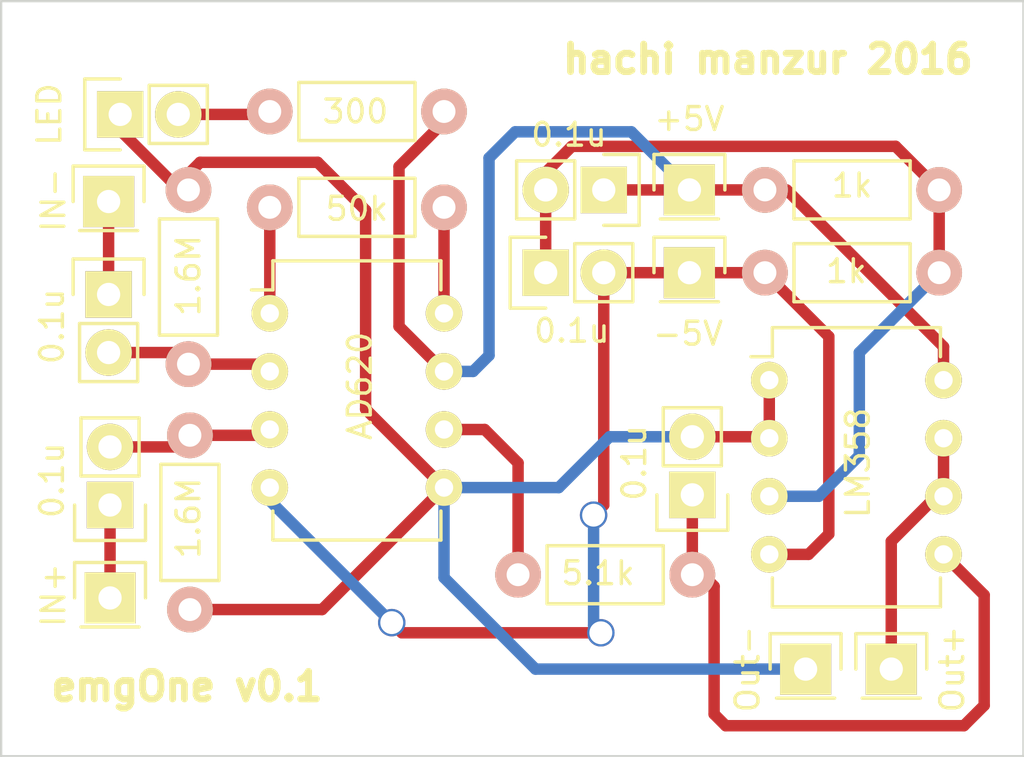
<source format=kicad_pcb>
(kicad_pcb (version 4) (host pcbnew 4.0.2+e4-6225~38~ubuntu15.10.1-stable)

  (general
    (links 34)
    (no_connects 0)
    (area 162.558 73.609999 208.330001 106.730001)
    (thickness 1.6)
    (drawings 6)
    (tracks 92)
    (zones 0)
    (modules 21)
    (nets 15)
  )

  (page A4)
  (layers
    (0 F.Cu signal)
    (31 B.Cu signal)
    (32 B.Adhes user)
    (33 F.Adhes user)
    (34 B.Paste user)
    (35 F.Paste user)
    (36 B.SilkS user)
    (37 F.SilkS user)
    (38 B.Mask user)
    (39 F.Mask user)
    (40 Dwgs.User user)
    (41 Cmts.User user)
    (42 Eco1.User user)
    (43 Eco2.User user)
    (44 Edge.Cuts user)
    (45 Margin user)
    (46 B.CrtYd user)
    (47 F.CrtYd user)
    (48 B.Fab user)
    (49 F.Fab user)
  )

  (setup
    (last_trace_width 0.5)
    (trace_clearance 0.2)
    (zone_clearance 0.508)
    (zone_45_only no)
    (trace_min 0.2)
    (segment_width 0.2)
    (edge_width 0.1)
    (via_size 1.2)
    (via_drill 1)
    (via_min_size 0.4)
    (via_min_drill 0.3)
    (uvia_size 1.2)
    (uvia_drill 0.1)
    (uvias_allowed no)
    (uvia_min_size 0.2)
    (uvia_min_drill 0.1)
    (pcb_text_width 0.3)
    (pcb_text_size 1.5 1.5)
    (mod_edge_width 0.15)
    (mod_text_size 1 1)
    (mod_text_width 0.15)
    (pad_size 1.5 1.5)
    (pad_drill 0.6)
    (pad_to_mask_clearance 0)
    (aux_axis_origin 0 0)
    (visible_elements FFFFFF7F)
    (pcbplotparams
      (layerselection 0x010f0_80000001)
      (usegerberextensions false)
      (excludeedgelayer true)
      (linewidth 0.100000)
      (plotframeref false)
      (viasonmask false)
      (mode 1)
      (useauxorigin false)
      (hpglpennumber 1)
      (hpglpenspeed 20)
      (hpglpendiameter 15)
      (hpglpenoverlay 2)
      (psnegative false)
      (psa4output false)
      (plotreference true)
      (plotvalue true)
      (plotinvisibletext false)
      (padsonsilk false)
      (subtractmaskfromsilk false)
      (outputformat 1)
      (mirror false)
      (drillshape 0)
      (scaleselection 1)
      (outputdirectory /home/hachi/Dropbox/Electronics/KiCad/EMG_Sensor/Files/))
  )

  (net 0 "")
  (net 1 "Net-(C1-Pad1)")
  (net 2 "Net-(C1-Pad2)")
  (net 3 "Net-(C2-Pad1)")
  (net 4 "Net-(C2-Pad2)")
  (net 5 +5V)
  (net 6 "Net-(C3-Pad2)")
  (net 7 -5V)
  (net 8 "Net-(C5-Pad1)")
  (net 9 GND)
  (net 10 "Net-(P4-Pad1)")
  (net 11 "Net-(R3-Pad1)")
  (net 12 "Net-(R3-Pad2)")
  (net 13 "Net-(R6-Pad2)")
  (net 14 "Net-(D1-Pad2)")

  (net_class Default "This is the default net class."
    (clearance 0.2)
    (trace_width 0.5)
    (via_dia 1.2)
    (via_drill 1)
    (uvia_dia 1.2)
    (uvia_drill 0.1)
    (add_net +5V)
    (add_net -5V)
    (add_net GND)
    (add_net "Net-(C1-Pad1)")
    (add_net "Net-(C1-Pad2)")
    (add_net "Net-(C2-Pad1)")
    (add_net "Net-(C2-Pad2)")
    (add_net "Net-(C3-Pad2)")
    (add_net "Net-(C5-Pad1)")
    (add_net "Net-(D1-Pad2)")
    (add_net "Net-(P4-Pad1)")
    (add_net "Net-(R3-Pad1)")
    (add_net "Net-(R3-Pad2)")
    (add_net "Net-(R6-Pad2)")
  )

  (module Pin_Headers:Pin_Header_Straight_1x02 (layer F.Cu) (tedit 575D7226) (tstamp 575D61B7)
    (at 168.3385 95.6945 180)
    (descr "Through hole pin header")
    (tags "pin header")
    (path /52191837)
    (fp_text reference C1 (at 0 -5.1 180) (layer F.SilkS) hide
      (effects (font (size 1 1) (thickness 0.15)))
    )
    (fp_text value 0.1u (at 2.54 1.0795 270) (layer F.SilkS)
      (effects (font (size 1 1) (thickness 0.15)))
    )
    (fp_line (start 1.27 1.27) (end 1.27 3.81) (layer F.SilkS) (width 0.15))
    (fp_line (start 1.55 -1.55) (end 1.55 0) (layer F.SilkS) (width 0.15))
    (fp_line (start -1.75 -1.75) (end -1.75 4.3) (layer F.CrtYd) (width 0.05))
    (fp_line (start 1.75 -1.75) (end 1.75 4.3) (layer F.CrtYd) (width 0.05))
    (fp_line (start -1.75 -1.75) (end 1.75 -1.75) (layer F.CrtYd) (width 0.05))
    (fp_line (start -1.75 4.3) (end 1.75 4.3) (layer F.CrtYd) (width 0.05))
    (fp_line (start 1.27 1.27) (end -1.27 1.27) (layer F.SilkS) (width 0.15))
    (fp_line (start -1.55 0) (end -1.55 -1.55) (layer F.SilkS) (width 0.15))
    (fp_line (start -1.55 -1.55) (end 1.55 -1.55) (layer F.SilkS) (width 0.15))
    (fp_line (start -1.27 1.27) (end -1.27 3.81) (layer F.SilkS) (width 0.15))
    (fp_line (start -1.27 3.81) (end 1.27 3.81) (layer F.SilkS) (width 0.15))
    (pad 1 thru_hole rect (at 0 0 180) (size 2.032 2.032) (drill 1.016) (layers *.Cu *.Mask F.SilkS)
      (net 1 "Net-(C1-Pad1)"))
    (pad 2 thru_hole oval (at 0 2.54 180) (size 2.032 2.032) (drill 1.016) (layers *.Cu *.Mask F.SilkS)
      (net 2 "Net-(C1-Pad2)"))
    (model Pin_Headers.3dshapes/Pin_Header_Straight_1x02.wrl
      (at (xyz 0 -0.05 0))
      (scale (xyz 1 1 1))
      (rotate (xyz 0 0 90))
    )
  )

  (module Pin_Headers:Pin_Header_Straight_1x02 (layer F.Cu) (tedit 575D7230) (tstamp 575D61BD)
    (at 168.275 86.487)
    (descr "Through hole pin header")
    (tags "pin header")
    (path /52191846)
    (fp_text reference C2 (at -2.8575 -0.0635) (layer F.SilkS) hide
      (effects (font (size 1 1) (thickness 0.15)))
    )
    (fp_text value 0.1u (at -2.4765 1.397 90) (layer F.SilkS)
      (effects (font (size 1 1) (thickness 0.15)))
    )
    (fp_line (start 1.27 1.27) (end 1.27 3.81) (layer F.SilkS) (width 0.15))
    (fp_line (start 1.55 -1.55) (end 1.55 0) (layer F.SilkS) (width 0.15))
    (fp_line (start -1.75 -1.75) (end -1.75 4.3) (layer F.CrtYd) (width 0.05))
    (fp_line (start 1.75 -1.75) (end 1.75 4.3) (layer F.CrtYd) (width 0.05))
    (fp_line (start -1.75 -1.75) (end 1.75 -1.75) (layer F.CrtYd) (width 0.05))
    (fp_line (start -1.75 4.3) (end 1.75 4.3) (layer F.CrtYd) (width 0.05))
    (fp_line (start 1.27 1.27) (end -1.27 1.27) (layer F.SilkS) (width 0.15))
    (fp_line (start -1.55 0) (end -1.55 -1.55) (layer F.SilkS) (width 0.15))
    (fp_line (start -1.55 -1.55) (end 1.55 -1.55) (layer F.SilkS) (width 0.15))
    (fp_line (start -1.27 1.27) (end -1.27 3.81) (layer F.SilkS) (width 0.15))
    (fp_line (start -1.27 3.81) (end 1.27 3.81) (layer F.SilkS) (width 0.15))
    (pad 1 thru_hole rect (at 0 0) (size 2.032 2.032) (drill 1.016) (layers *.Cu *.Mask F.SilkS)
      (net 3 "Net-(C2-Pad1)"))
    (pad 2 thru_hole oval (at 0 2.54) (size 2.032 2.032) (drill 1.016) (layers *.Cu *.Mask F.SilkS)
      (net 4 "Net-(C2-Pad2)"))
    (model Pin_Headers.3dshapes/Pin_Header_Straight_1x02.wrl
      (at (xyz 0 -0.05 0))
      (scale (xyz 1 1 1))
      (rotate (xyz 0 0 90))
    )
  )

  (module Pin_Headers:Pin_Header_Straight_1x02 (layer F.Cu) (tedit 575D71D7) (tstamp 575D61C3)
    (at 189.9285 81.915 270)
    (descr "Through hole pin header")
    (tags "pin header")
    (path /575D53E8)
    (fp_text reference C3 (at 0 -5.1 270) (layer F.SilkS) hide
      (effects (font (size 1 1) (thickness 0.15)))
    )
    (fp_text value 0.1u (at -2.413 1.524 360) (layer F.SilkS)
      (effects (font (size 1 1) (thickness 0.15)))
    )
    (fp_line (start 1.27 1.27) (end 1.27 3.81) (layer F.SilkS) (width 0.15))
    (fp_line (start 1.55 -1.55) (end 1.55 0) (layer F.SilkS) (width 0.15))
    (fp_line (start -1.75 -1.75) (end -1.75 4.3) (layer F.CrtYd) (width 0.05))
    (fp_line (start 1.75 -1.75) (end 1.75 4.3) (layer F.CrtYd) (width 0.05))
    (fp_line (start -1.75 -1.75) (end 1.75 -1.75) (layer F.CrtYd) (width 0.05))
    (fp_line (start -1.75 4.3) (end 1.75 4.3) (layer F.CrtYd) (width 0.05))
    (fp_line (start 1.27 1.27) (end -1.27 1.27) (layer F.SilkS) (width 0.15))
    (fp_line (start -1.55 0) (end -1.55 -1.55) (layer F.SilkS) (width 0.15))
    (fp_line (start -1.55 -1.55) (end 1.55 -1.55) (layer F.SilkS) (width 0.15))
    (fp_line (start -1.27 1.27) (end -1.27 3.81) (layer F.SilkS) (width 0.15))
    (fp_line (start -1.27 3.81) (end 1.27 3.81) (layer F.SilkS) (width 0.15))
    (pad 1 thru_hole rect (at 0 0 270) (size 2.032 2.032) (drill 1.016) (layers *.Cu *.Mask F.SilkS)
      (net 5 +5V))
    (pad 2 thru_hole oval (at 0 2.54 270) (size 2.032 2.032) (drill 1.016) (layers *.Cu *.Mask F.SilkS)
      (net 6 "Net-(C3-Pad2)"))
    (model Pin_Headers.3dshapes/Pin_Header_Straight_1x02.wrl
      (at (xyz 0 -0.05 0))
      (scale (xyz 1 1 1))
      (rotate (xyz 0 0 90))
    )
  )

  (module Pin_Headers:Pin_Header_Straight_1x02 (layer F.Cu) (tedit 575D71DD) (tstamp 575D61C9)
    (at 187.3885 85.5345 90)
    (descr "Through hole pin header")
    (tags "pin header")
    (path /575D5469)
    (fp_text reference C4 (at 0 -5.1 90) (layer F.SilkS) hide
      (effects (font (size 1 1) (thickness 0.15)))
    )
    (fp_text value 0.1u (at -2.54 1.143 180) (layer F.SilkS)
      (effects (font (size 1 1) (thickness 0.15)))
    )
    (fp_line (start 1.27 1.27) (end 1.27 3.81) (layer F.SilkS) (width 0.15))
    (fp_line (start 1.55 -1.55) (end 1.55 0) (layer F.SilkS) (width 0.15))
    (fp_line (start -1.75 -1.75) (end -1.75 4.3) (layer F.CrtYd) (width 0.05))
    (fp_line (start 1.75 -1.75) (end 1.75 4.3) (layer F.CrtYd) (width 0.05))
    (fp_line (start -1.75 -1.75) (end 1.75 -1.75) (layer F.CrtYd) (width 0.05))
    (fp_line (start -1.75 4.3) (end 1.75 4.3) (layer F.CrtYd) (width 0.05))
    (fp_line (start 1.27 1.27) (end -1.27 1.27) (layer F.SilkS) (width 0.15))
    (fp_line (start -1.55 0) (end -1.55 -1.55) (layer F.SilkS) (width 0.15))
    (fp_line (start -1.55 -1.55) (end 1.55 -1.55) (layer F.SilkS) (width 0.15))
    (fp_line (start -1.27 1.27) (end -1.27 3.81) (layer F.SilkS) (width 0.15))
    (fp_line (start -1.27 3.81) (end 1.27 3.81) (layer F.SilkS) (width 0.15))
    (pad 1 thru_hole rect (at 0 0 90) (size 2.032 2.032) (drill 1.016) (layers *.Cu *.Mask F.SilkS)
      (net 6 "Net-(C3-Pad2)"))
    (pad 2 thru_hole oval (at 0 2.54 90) (size 2.032 2.032) (drill 1.016) (layers *.Cu *.Mask F.SilkS)
      (net 7 -5V))
    (model Pin_Headers.3dshapes/Pin_Header_Straight_1x02.wrl
      (at (xyz 0 -0.05 0))
      (scale (xyz 1 1 1))
      (rotate (xyz 0 0 90))
    )
  )

  (module Pin_Headers:Pin_Header_Straight_1x02 (layer F.Cu) (tedit 575D7204) (tstamp 575D61CF)
    (at 193.802 95.25 180)
    (descr "Through hole pin header")
    (tags "pin header")
    (path /575D7752)
    (fp_text reference C5 (at 0 -5.1 180) (layer F.SilkS) hide
      (effects (font (size 1 1) (thickness 0.15)))
    )
    (fp_text value 0.1u (at 2.54 1.397 270) (layer F.SilkS)
      (effects (font (size 1 1) (thickness 0.15)))
    )
    (fp_line (start 1.27 1.27) (end 1.27 3.81) (layer F.SilkS) (width 0.15))
    (fp_line (start 1.55 -1.55) (end 1.55 0) (layer F.SilkS) (width 0.15))
    (fp_line (start -1.75 -1.75) (end -1.75 4.3) (layer F.CrtYd) (width 0.05))
    (fp_line (start 1.75 -1.75) (end 1.75 4.3) (layer F.CrtYd) (width 0.05))
    (fp_line (start -1.75 -1.75) (end 1.75 -1.75) (layer F.CrtYd) (width 0.05))
    (fp_line (start -1.75 4.3) (end 1.75 4.3) (layer F.CrtYd) (width 0.05))
    (fp_line (start 1.27 1.27) (end -1.27 1.27) (layer F.SilkS) (width 0.15))
    (fp_line (start -1.55 0) (end -1.55 -1.55) (layer F.SilkS) (width 0.15))
    (fp_line (start -1.55 -1.55) (end 1.55 -1.55) (layer F.SilkS) (width 0.15))
    (fp_line (start -1.27 1.27) (end -1.27 3.81) (layer F.SilkS) (width 0.15))
    (fp_line (start -1.27 3.81) (end 1.27 3.81) (layer F.SilkS) (width 0.15))
    (pad 1 thru_hole rect (at 0 0 180) (size 2.032 2.032) (drill 1.016) (layers *.Cu *.Mask F.SilkS)
      (net 8 "Net-(C5-Pad1)"))
    (pad 2 thru_hole oval (at 0 2.54 180) (size 2.032 2.032) (drill 1.016) (layers *.Cu *.Mask F.SilkS)
      (net 9 GND))
    (model Pin_Headers.3dshapes/Pin_Header_Straight_1x02.wrl
      (at (xyz 0 -0.05 0))
      (scale (xyz 1 1 1))
      (rotate (xyz 0 0 90))
    )
  )

  (module Pin_Headers:Pin_Header_Straight_1x01 (layer F.Cu) (tedit 575D722B) (tstamp 575D61D4)
    (at 168.3385 99.7585)
    (descr "Through hole pin header")
    (tags "pin header")
    (path /52191970)
    (fp_text reference P1 (at 0 -5.1) (layer F.SilkS) hide
      (effects (font (size 1 1) (thickness 0.15)))
    )
    (fp_text value IN+ (at -2.4765 -0.127 90) (layer F.SilkS)
      (effects (font (size 1 1) (thickness 0.15)))
    )
    (fp_line (start 1.55 -1.55) (end 1.55 0) (layer F.SilkS) (width 0.15))
    (fp_line (start -1.75 -1.75) (end -1.75 1.75) (layer F.CrtYd) (width 0.05))
    (fp_line (start 1.75 -1.75) (end 1.75 1.75) (layer F.CrtYd) (width 0.05))
    (fp_line (start -1.75 -1.75) (end 1.75 -1.75) (layer F.CrtYd) (width 0.05))
    (fp_line (start -1.75 1.75) (end 1.75 1.75) (layer F.CrtYd) (width 0.05))
    (fp_line (start -1.55 0) (end -1.55 -1.55) (layer F.SilkS) (width 0.15))
    (fp_line (start -1.55 -1.55) (end 1.55 -1.55) (layer F.SilkS) (width 0.15))
    (fp_line (start -1.27 1.27) (end 1.27 1.27) (layer F.SilkS) (width 0.15))
    (pad 1 thru_hole rect (at 0 0) (size 2.2352 2.2352) (drill 1.016) (layers *.Cu *.Mask F.SilkS)
      (net 1 "Net-(C1-Pad1)"))
    (model Pin_Headers.3dshapes/Pin_Header_Straight_1x01.wrl
      (at (xyz 0 0 0))
      (scale (xyz 1 1 1))
      (rotate (xyz 0 0 90))
    )
  )

  (module Pin_Headers:Pin_Header_Straight_1x01 (layer F.Cu) (tedit 575D7239) (tstamp 575D61D9)
    (at 168.275 82.423)
    (descr "Through hole pin header")
    (tags "pin header")
    (path /5219197F)
    (fp_text reference P2 (at 0 -5.1) (layer F.SilkS) hide
      (effects (font (size 1 1) (thickness 0.15)))
    )
    (fp_text value IN- (at -2.413 -0.0635 90) (layer F.SilkS)
      (effects (font (size 1 1) (thickness 0.15)))
    )
    (fp_line (start 1.55 -1.55) (end 1.55 0) (layer F.SilkS) (width 0.15))
    (fp_line (start -1.75 -1.75) (end -1.75 1.75) (layer F.CrtYd) (width 0.05))
    (fp_line (start 1.75 -1.75) (end 1.75 1.75) (layer F.CrtYd) (width 0.05))
    (fp_line (start -1.75 -1.75) (end 1.75 -1.75) (layer F.CrtYd) (width 0.05))
    (fp_line (start -1.75 1.75) (end 1.75 1.75) (layer F.CrtYd) (width 0.05))
    (fp_line (start -1.55 0) (end -1.55 -1.55) (layer F.SilkS) (width 0.15))
    (fp_line (start -1.55 -1.55) (end 1.55 -1.55) (layer F.SilkS) (width 0.15))
    (fp_line (start -1.27 1.27) (end 1.27 1.27) (layer F.SilkS) (width 0.15))
    (pad 1 thru_hole rect (at 0 0) (size 2.2352 2.2352) (drill 1.016) (layers *.Cu *.Mask F.SilkS)
      (net 3 "Net-(C2-Pad1)"))
    (model Pin_Headers.3dshapes/Pin_Header_Straight_1x01.wrl
      (at (xyz 0 0 0))
      (scale (xyz 1 1 1))
      (rotate (xyz 0 0 90))
    )
  )

  (module Pin_Headers:Pin_Header_Straight_1x01 (layer F.Cu) (tedit 575D71CE) (tstamp 575D61DE)
    (at 193.675 81.915)
    (descr "Through hole pin header")
    (tags "pin header")
    (path /575D8D50)
    (fp_text reference P3 (at 0 -5.1) (layer F.SilkS) hide
      (effects (font (size 1 1) (thickness 0.15)))
    )
    (fp_text value +5V (at 0 -3.1) (layer F.SilkS)
      (effects (font (size 1 1) (thickness 0.15)))
    )
    (fp_line (start 1.55 -1.55) (end 1.55 0) (layer F.SilkS) (width 0.15))
    (fp_line (start -1.75 -1.75) (end -1.75 1.75) (layer F.CrtYd) (width 0.05))
    (fp_line (start 1.75 -1.75) (end 1.75 1.75) (layer F.CrtYd) (width 0.05))
    (fp_line (start -1.75 -1.75) (end 1.75 -1.75) (layer F.CrtYd) (width 0.05))
    (fp_line (start -1.75 1.75) (end 1.75 1.75) (layer F.CrtYd) (width 0.05))
    (fp_line (start -1.55 0) (end -1.55 -1.55) (layer F.SilkS) (width 0.15))
    (fp_line (start -1.55 -1.55) (end 1.55 -1.55) (layer F.SilkS) (width 0.15))
    (fp_line (start -1.27 1.27) (end 1.27 1.27) (layer F.SilkS) (width 0.15))
    (pad 1 thru_hole rect (at 0 0) (size 2.2352 2.2352) (drill 1.016) (layers *.Cu *.Mask F.SilkS)
      (net 5 +5V))
    (model Pin_Headers.3dshapes/Pin_Header_Straight_1x01.wrl
      (at (xyz 0 0 0))
      (scale (xyz 1 1 1))
      (rotate (xyz 0 0 90))
    )
  )

  (module Pin_Headers:Pin_Header_Straight_1x01 (layer F.Cu) (tedit 575D71E2) (tstamp 575D61E8)
    (at 193.675 85.5345)
    (descr "Through hole pin header")
    (tags "pin header")
    (path /575D8E06)
    (fp_text reference P5 (at 0 -5.1) (layer F.SilkS) hide
      (effects (font (size 1 1) (thickness 0.15)))
    )
    (fp_text value -5V (at -0.0635 2.667) (layer F.SilkS)
      (effects (font (size 1 1) (thickness 0.15)))
    )
    (fp_line (start 1.55 -1.55) (end 1.55 0) (layer F.SilkS) (width 0.15))
    (fp_line (start -1.75 -1.75) (end -1.75 1.75) (layer F.CrtYd) (width 0.05))
    (fp_line (start 1.75 -1.75) (end 1.75 1.75) (layer F.CrtYd) (width 0.05))
    (fp_line (start -1.75 -1.75) (end 1.75 -1.75) (layer F.CrtYd) (width 0.05))
    (fp_line (start -1.75 1.75) (end 1.75 1.75) (layer F.CrtYd) (width 0.05))
    (fp_line (start -1.55 0) (end -1.55 -1.55) (layer F.SilkS) (width 0.15))
    (fp_line (start -1.55 -1.55) (end 1.55 -1.55) (layer F.SilkS) (width 0.15))
    (fp_line (start -1.27 1.27) (end 1.27 1.27) (layer F.SilkS) (width 0.15))
    (pad 1 thru_hole rect (at 0 0) (size 2.2352 2.2352) (drill 1.016) (layers *.Cu *.Mask F.SilkS)
      (net 7 -5V))
    (model Pin_Headers.3dshapes/Pin_Header_Straight_1x01.wrl
      (at (xyz 0 0 0))
      (scale (xyz 1 1 1))
      (rotate (xyz 0 0 90))
    )
  )

  (module Resistors_ThroughHole:Resistor_Horizontal_RM7mm (layer F.Cu) (tedit 575D7221) (tstamp 575D61EE)
    (at 171.831 100.2665 90)
    (descr "Resistor, Axial,  RM 7.62mm, 1/3W,")
    (tags "Resistor Axial RM 7.62mm 1/3W R3")
    (path /52191828)
    (fp_text reference R1 (at 4.05892 -3.50012 90) (layer F.SilkS) hide
      (effects (font (size 1 1) (thickness 0.15)))
    )
    (fp_text value 1.6M (at 4.0005 -0.0635 90) (layer F.SilkS)
      (effects (font (size 1 1) (thickness 0.15)))
    )
    (fp_line (start -1.25 -1.5) (end 8.85 -1.5) (layer F.CrtYd) (width 0.05))
    (fp_line (start -1.25 1.5) (end -1.25 -1.5) (layer F.CrtYd) (width 0.05))
    (fp_line (start 8.85 -1.5) (end 8.85 1.5) (layer F.CrtYd) (width 0.05))
    (fp_line (start -1.25 1.5) (end 8.85 1.5) (layer F.CrtYd) (width 0.05))
    (fp_line (start 1.27 -1.27) (end 6.35 -1.27) (layer F.SilkS) (width 0.15))
    (fp_line (start 6.35 -1.27) (end 6.35 1.27) (layer F.SilkS) (width 0.15))
    (fp_line (start 6.35 1.27) (end 1.27 1.27) (layer F.SilkS) (width 0.15))
    (fp_line (start 1.27 1.27) (end 1.27 -1.27) (layer F.SilkS) (width 0.15))
    (pad 1 thru_hole circle (at 0 0 90) (size 1.99898 1.99898) (drill 1.00076) (layers *.Cu *.SilkS *.Mask)
      (net 9 GND))
    (pad 2 thru_hole circle (at 7.62 0 90) (size 1.99898 1.99898) (drill 1.00076) (layers *.Cu *.SilkS *.Mask)
      (net 2 "Net-(C1-Pad2)"))
  )

  (module Resistors_ThroughHole:Resistor_Horizontal_RM7mm (layer F.Cu) (tedit 575D723E) (tstamp 575D61F4)
    (at 171.7675 89.535 90)
    (descr "Resistor, Axial,  RM 7.62mm, 1/3W,")
    (tags "Resistor Axial RM 7.62mm 1/3W R3")
    (path /52191811)
    (fp_text reference R2 (at 4.05892 -3.50012 90) (layer F.SilkS) hide
      (effects (font (size 1 1) (thickness 0.15)))
    )
    (fp_text value 1.6M (at 3.8735 0 90) (layer F.SilkS)
      (effects (font (size 1 1) (thickness 0.15)))
    )
    (fp_line (start -1.25 -1.5) (end 8.85 -1.5) (layer F.CrtYd) (width 0.05))
    (fp_line (start -1.25 1.5) (end -1.25 -1.5) (layer F.CrtYd) (width 0.05))
    (fp_line (start 8.85 -1.5) (end 8.85 1.5) (layer F.CrtYd) (width 0.05))
    (fp_line (start -1.25 1.5) (end 8.85 1.5) (layer F.CrtYd) (width 0.05))
    (fp_line (start 1.27 -1.27) (end 6.35 -1.27) (layer F.SilkS) (width 0.15))
    (fp_line (start 6.35 -1.27) (end 6.35 1.27) (layer F.SilkS) (width 0.15))
    (fp_line (start 6.35 1.27) (end 1.27 1.27) (layer F.SilkS) (width 0.15))
    (fp_line (start 1.27 1.27) (end 1.27 -1.27) (layer F.SilkS) (width 0.15))
    (pad 1 thru_hole circle (at 0 0 90) (size 1.99898 1.99898) (drill 1.00076) (layers *.Cu *.SilkS *.Mask)
      (net 4 "Net-(C2-Pad2)"))
    (pad 2 thru_hole circle (at 7.62 0 90) (size 1.99898 1.99898) (drill 1.00076) (layers *.Cu *.SilkS *.Mask)
      (net 9 GND))
  )

  (module Resistors_ThroughHole:Resistor_Horizontal_RM7mm (layer F.Cu) (tedit 575D7245) (tstamp 575D61FA)
    (at 175.3235 82.677)
    (descr "Resistor, Axial,  RM 7.62mm, 1/3W,")
    (tags "Resistor Axial RM 7.62mm 1/3W R3")
    (path /52191802)
    (fp_text reference R3 (at 4.05892 -3.50012) (layer F.SilkS) hide
      (effects (font (size 1 1) (thickness 0.15)))
    )
    (fp_text value 50k (at 3.81 0.0635) (layer F.SilkS)
      (effects (font (size 1 1) (thickness 0.15)))
    )
    (fp_line (start -1.25 -1.5) (end 8.85 -1.5) (layer F.CrtYd) (width 0.05))
    (fp_line (start -1.25 1.5) (end -1.25 -1.5) (layer F.CrtYd) (width 0.05))
    (fp_line (start 8.85 -1.5) (end 8.85 1.5) (layer F.CrtYd) (width 0.05))
    (fp_line (start -1.25 1.5) (end 8.85 1.5) (layer F.CrtYd) (width 0.05))
    (fp_line (start 1.27 -1.27) (end 6.35 -1.27) (layer F.SilkS) (width 0.15))
    (fp_line (start 6.35 -1.27) (end 6.35 1.27) (layer F.SilkS) (width 0.15))
    (fp_line (start 6.35 1.27) (end 1.27 1.27) (layer F.SilkS) (width 0.15))
    (fp_line (start 1.27 1.27) (end 1.27 -1.27) (layer F.SilkS) (width 0.15))
    (pad 1 thru_hole circle (at 0 0) (size 1.99898 1.99898) (drill 1.00076) (layers *.Cu *.SilkS *.Mask)
      (net 11 "Net-(R3-Pad1)"))
    (pad 2 thru_hole circle (at 7.62 0) (size 1.99898 1.99898) (drill 1.00076) (layers *.Cu *.SilkS *.Mask)
      (net 12 "Net-(R3-Pad2)"))
  )

  (module Resistors_ThroughHole:Resistor_Horizontal_RM7mm (layer F.Cu) (tedit 575D71E7) (tstamp 575D6200)
    (at 196.977 81.915)
    (descr "Resistor, Axial,  RM 7.62mm, 1/3W,")
    (tags "Resistor Axial RM 7.62mm 1/3W R3")
    (path /575D52F6)
    (fp_text reference R4 (at 4.05892 -3.50012) (layer F.SilkS) hide
      (effects (font (size 1 1) (thickness 0.15)))
    )
    (fp_text value 1k (at 3.556 3.556) (layer F.SilkS)
      (effects (font (size 1 1) (thickness 0.15)))
    )
    (fp_line (start -1.25 -1.5) (end 8.85 -1.5) (layer F.CrtYd) (width 0.05))
    (fp_line (start -1.25 1.5) (end -1.25 -1.5) (layer F.CrtYd) (width 0.05))
    (fp_line (start 8.85 -1.5) (end 8.85 1.5) (layer F.CrtYd) (width 0.05))
    (fp_line (start -1.25 1.5) (end 8.85 1.5) (layer F.CrtYd) (width 0.05))
    (fp_line (start 1.27 -1.27) (end 6.35 -1.27) (layer F.SilkS) (width 0.15))
    (fp_line (start 6.35 -1.27) (end 6.35 1.27) (layer F.SilkS) (width 0.15))
    (fp_line (start 6.35 1.27) (end 1.27 1.27) (layer F.SilkS) (width 0.15))
    (fp_line (start 1.27 1.27) (end 1.27 -1.27) (layer F.SilkS) (width 0.15))
    (pad 1 thru_hole circle (at 0 0) (size 1.99898 1.99898) (drill 1.00076) (layers *.Cu *.SilkS *.Mask)
      (net 5 +5V))
    (pad 2 thru_hole circle (at 7.62 0) (size 1.99898 1.99898) (drill 1.00076) (layers *.Cu *.SilkS *.Mask)
      (net 6 "Net-(C3-Pad2)"))
  )

  (module Resistors_ThroughHole:Resistor_Horizontal_RM7mm (layer F.Cu) (tedit 575D71ED) (tstamp 575D6206)
    (at 204.597 85.5345 180)
    (descr "Resistor, Axial,  RM 7.62mm, 1/3W,")
    (tags "Resistor Axial RM 7.62mm 1/3W R3")
    (path /575D5373)
    (fp_text reference R5 (at 4.05892 -3.50012 180) (layer F.SilkS) hide
      (effects (font (size 1 1) (thickness 0.15)))
    )
    (fp_text value 1k (at 3.81 3.81 180) (layer F.SilkS)
      (effects (font (size 1 1) (thickness 0.15)))
    )
    (fp_line (start -1.25 -1.5) (end 8.85 -1.5) (layer F.CrtYd) (width 0.05))
    (fp_line (start -1.25 1.5) (end -1.25 -1.5) (layer F.CrtYd) (width 0.05))
    (fp_line (start 8.85 -1.5) (end 8.85 1.5) (layer F.CrtYd) (width 0.05))
    (fp_line (start -1.25 1.5) (end 8.85 1.5) (layer F.CrtYd) (width 0.05))
    (fp_line (start 1.27 -1.27) (end 6.35 -1.27) (layer F.SilkS) (width 0.15))
    (fp_line (start 6.35 -1.27) (end 6.35 1.27) (layer F.SilkS) (width 0.15))
    (fp_line (start 6.35 1.27) (end 1.27 1.27) (layer F.SilkS) (width 0.15))
    (fp_line (start 1.27 1.27) (end 1.27 -1.27) (layer F.SilkS) (width 0.15))
    (pad 1 thru_hole circle (at 0 0 180) (size 1.99898 1.99898) (drill 1.00076) (layers *.Cu *.SilkS *.Mask)
      (net 6 "Net-(C3-Pad2)"))
    (pad 2 thru_hole circle (at 7.62 0 180) (size 1.99898 1.99898) (drill 1.00076) (layers *.Cu *.SilkS *.Mask)
      (net 7 -5V))
  )

  (module Resistors_ThroughHole:Resistor_Horizontal_RM7mm (layer F.Cu) (tedit 575D7209) (tstamp 575D620C)
    (at 193.802 98.7425 180)
    (descr "Resistor, Axial,  RM 7.62mm, 1/3W,")
    (tags "Resistor Axial RM 7.62mm 1/3W R3")
    (path /575D76F1)
    (fp_text reference R6 (at 4.05892 -3.50012 180) (layer F.SilkS) hide
      (effects (font (size 1 1) (thickness 0.15)))
    )
    (fp_text value 5.1k (at 4.1275 0.0635 180) (layer F.SilkS)
      (effects (font (size 1 1) (thickness 0.15)))
    )
    (fp_line (start -1.25 -1.5) (end 8.85 -1.5) (layer F.CrtYd) (width 0.05))
    (fp_line (start -1.25 1.5) (end -1.25 -1.5) (layer F.CrtYd) (width 0.05))
    (fp_line (start 8.85 -1.5) (end 8.85 1.5) (layer F.CrtYd) (width 0.05))
    (fp_line (start -1.25 1.5) (end 8.85 1.5) (layer F.CrtYd) (width 0.05))
    (fp_line (start 1.27 -1.27) (end 6.35 -1.27) (layer F.SilkS) (width 0.15))
    (fp_line (start 6.35 -1.27) (end 6.35 1.27) (layer F.SilkS) (width 0.15))
    (fp_line (start 6.35 1.27) (end 1.27 1.27) (layer F.SilkS) (width 0.15))
    (fp_line (start 1.27 1.27) (end 1.27 -1.27) (layer F.SilkS) (width 0.15))
    (pad 1 thru_hole circle (at 0 0 180) (size 1.99898 1.99898) (drill 1.00076) (layers *.Cu *.SilkS *.Mask)
      (net 8 "Net-(C5-Pad1)"))
    (pad 2 thru_hole circle (at 7.62 0 180) (size 1.99898 1.99898) (drill 1.00076) (layers *.Cu *.SilkS *.Mask)
      (net 13 "Net-(R6-Pad2)"))
  )

  (module Housings_DIP:DIP-8_W7.62mm (layer F.Cu) (tedit 575D721B) (tstamp 575D6218)
    (at 175.3235 87.3125)
    (descr "8-lead dip package, row spacing 7.62 mm (300 mils)")
    (tags "dil dip 2.54 300")
    (path /521917EE)
    (fp_text reference U1 (at 0 -5.22) (layer F.SilkS) hide
      (effects (font (size 1 1) (thickness 0.15)))
    )
    (fp_text value AD620 (at 3.937 3.175 90) (layer F.SilkS)
      (effects (font (size 1 1) (thickness 0.15)))
    )
    (fp_line (start -1.05 -2.45) (end -1.05 10.1) (layer F.CrtYd) (width 0.05))
    (fp_line (start 8.65 -2.45) (end 8.65 10.1) (layer F.CrtYd) (width 0.05))
    (fp_line (start -1.05 -2.45) (end 8.65 -2.45) (layer F.CrtYd) (width 0.05))
    (fp_line (start -1.05 10.1) (end 8.65 10.1) (layer F.CrtYd) (width 0.05))
    (fp_line (start 0.135 -2.295) (end 0.135 -1.025) (layer F.SilkS) (width 0.15))
    (fp_line (start 7.485 -2.295) (end 7.485 -1.025) (layer F.SilkS) (width 0.15))
    (fp_line (start 7.485 9.915) (end 7.485 8.645) (layer F.SilkS) (width 0.15))
    (fp_line (start 0.135 9.915) (end 0.135 8.645) (layer F.SilkS) (width 0.15))
    (fp_line (start 0.135 -2.295) (end 7.485 -2.295) (layer F.SilkS) (width 0.15))
    (fp_line (start 0.135 9.915) (end 7.485 9.915) (layer F.SilkS) (width 0.15))
    (fp_line (start 0.135 -1.025) (end -0.8 -1.025) (layer F.SilkS) (width 0.15))
    (pad 1 thru_hole oval (at 0 0) (size 1.6 1.6) (drill 0.8) (layers *.Cu *.Mask F.SilkS)
      (net 11 "Net-(R3-Pad1)"))
    (pad 2 thru_hole oval (at 0 2.54) (size 1.6 1.6) (drill 0.8) (layers *.Cu *.Mask F.SilkS)
      (net 4 "Net-(C2-Pad2)"))
    (pad 3 thru_hole oval (at 0 5.08) (size 1.6 1.6) (drill 0.8) (layers *.Cu *.Mask F.SilkS)
      (net 2 "Net-(C1-Pad2)"))
    (pad 4 thru_hole oval (at 0 7.62) (size 1.6 1.6) (drill 0.8) (layers *.Cu *.Mask F.SilkS)
      (net 7 -5V))
    (pad 5 thru_hole oval (at 7.62 7.62) (size 1.6 1.6) (drill 0.8) (layers *.Cu *.Mask F.SilkS)
      (net 9 GND))
    (pad 6 thru_hole oval (at 7.62 5.08) (size 1.6 1.6) (drill 0.8) (layers *.Cu *.Mask F.SilkS)
      (net 13 "Net-(R6-Pad2)"))
    (pad 7 thru_hole oval (at 7.62 2.54) (size 1.6 1.6) (drill 0.8) (layers *.Cu *.Mask F.SilkS)
      (net 5 +5V))
    (pad 8 thru_hole oval (at 7.62 0) (size 1.6 1.6) (drill 0.8) (layers *.Cu *.Mask F.SilkS)
      (net 12 "Net-(R3-Pad2)"))
    (model Housings_DIP.3dshapes/DIP-8_W7.62mm.wrl
      (at (xyz 0 0 0))
      (scale (xyz 1 1 1))
      (rotate (xyz 0 0 0))
    )
  )

  (module Housings_DIP:DIP-8_W7.62mm (layer F.Cu) (tedit 575D71FF) (tstamp 575D6224)
    (at 197.1675 90.2335)
    (descr "8-lead dip package, row spacing 7.62 mm (300 mils)")
    (tags "dil dip 2.54 300")
    (path /575D5187)
    (fp_text reference U2 (at 0 -5.22) (layer F.SilkS) hide
      (effects (font (size 1 1) (thickness 0.15)))
    )
    (fp_text value LM358 (at 3.8735 3.6195 90) (layer F.SilkS)
      (effects (font (size 1 1) (thickness 0.15)))
    )
    (fp_line (start -1.05 -2.45) (end -1.05 10.1) (layer F.CrtYd) (width 0.05))
    (fp_line (start 8.65 -2.45) (end 8.65 10.1) (layer F.CrtYd) (width 0.05))
    (fp_line (start -1.05 -2.45) (end 8.65 -2.45) (layer F.CrtYd) (width 0.05))
    (fp_line (start -1.05 10.1) (end 8.65 10.1) (layer F.CrtYd) (width 0.05))
    (fp_line (start 0.135 -2.295) (end 0.135 -1.025) (layer F.SilkS) (width 0.15))
    (fp_line (start 7.485 -2.295) (end 7.485 -1.025) (layer F.SilkS) (width 0.15))
    (fp_line (start 7.485 9.915) (end 7.485 8.645) (layer F.SilkS) (width 0.15))
    (fp_line (start 0.135 9.915) (end 0.135 8.645) (layer F.SilkS) (width 0.15))
    (fp_line (start 0.135 -2.295) (end 7.485 -2.295) (layer F.SilkS) (width 0.15))
    (fp_line (start 0.135 9.915) (end 7.485 9.915) (layer F.SilkS) (width 0.15))
    (fp_line (start 0.135 -1.025) (end -0.8 -1.025) (layer F.SilkS) (width 0.15))
    (pad 1 thru_hole oval (at 0 0) (size 1.6 1.6) (drill 0.8) (layers *.Cu *.Mask F.SilkS)
      (net 9 GND))
    (pad 2 thru_hole oval (at 0 2.54) (size 1.6 1.6) (drill 0.8) (layers *.Cu *.Mask F.SilkS)
      (net 9 GND))
    (pad 3 thru_hole oval (at 0 5.08) (size 1.6 1.6) (drill 0.8) (layers *.Cu *.Mask F.SilkS)
      (net 6 "Net-(C3-Pad2)"))
    (pad 4 thru_hole oval (at 0 7.62) (size 1.6 1.6) (drill 0.8) (layers *.Cu *.Mask F.SilkS)
      (net 7 -5V))
    (pad 5 thru_hole oval (at 7.62 7.62) (size 1.6 1.6) (drill 0.8) (layers *.Cu *.Mask F.SilkS)
      (net 8 "Net-(C5-Pad1)"))
    (pad 6 thru_hole oval (at 7.62 5.08) (size 1.6 1.6) (drill 0.8) (layers *.Cu *.Mask F.SilkS)
      (net 10 "Net-(P4-Pad1)"))
    (pad 7 thru_hole oval (at 7.62 2.54) (size 1.6 1.6) (drill 0.8) (layers *.Cu *.Mask F.SilkS)
      (net 10 "Net-(P4-Pad1)"))
    (pad 8 thru_hole oval (at 7.62 0) (size 1.6 1.6) (drill 0.8) (layers *.Cu *.Mask F.SilkS)
      (net 5 +5V))
    (model Housings_DIP.3dshapes/DIP-8_W7.62mm.wrl
      (at (xyz 0 0 0))
      (scale (xyz 1 1 1))
      (rotate (xyz 0 0 0))
    )
  )

  (module Pin_Headers:Pin_Header_Straight_1x01 (layer F.Cu) (tedit 575D7214) (tstamp 575D677C)
    (at 202.5015 102.87)
    (descr "Through hole pin header")
    (tags "pin header")
    (path /575D7B10)
    (fp_text reference P4 (at 0 -5.1) (layer F.SilkS) hide
      (effects (font (size 1 1) (thickness 0.15)))
    )
    (fp_text value Out+ (at 2.667 0 90) (layer F.SilkS)
      (effects (font (size 1 1) (thickness 0.15)))
    )
    (fp_line (start 1.55 -1.55) (end 1.55 0) (layer F.SilkS) (width 0.15))
    (fp_line (start -1.75 -1.75) (end -1.75 1.75) (layer F.CrtYd) (width 0.05))
    (fp_line (start 1.75 -1.75) (end 1.75 1.75) (layer F.CrtYd) (width 0.05))
    (fp_line (start -1.75 -1.75) (end 1.75 -1.75) (layer F.CrtYd) (width 0.05))
    (fp_line (start -1.75 1.75) (end 1.75 1.75) (layer F.CrtYd) (width 0.05))
    (fp_line (start -1.55 0) (end -1.55 -1.55) (layer F.SilkS) (width 0.15))
    (fp_line (start -1.55 -1.55) (end 1.55 -1.55) (layer F.SilkS) (width 0.15))
    (fp_line (start -1.27 1.27) (end 1.27 1.27) (layer F.SilkS) (width 0.15))
    (pad 1 thru_hole rect (at 0 0) (size 2.2352 2.2352) (drill 1.016) (layers *.Cu *.Mask F.SilkS)
      (net 10 "Net-(P4-Pad1)"))
    (model Pin_Headers.3dshapes/Pin_Header_Straight_1x01.wrl
      (at (xyz 0 0 0))
      (scale (xyz 1 1 1))
      (rotate (xyz 0 0 90))
    )
  )

  (module Pin_Headers:Pin_Header_Straight_1x01 (layer F.Cu) (tedit 575D720F) (tstamp 575D6781)
    (at 198.755 102.87)
    (descr "Through hole pin header")
    (tags "pin header")
    (path /575D96A0)
    (fp_text reference P6 (at 0 -5.1) (layer F.SilkS) hide
      (effects (font (size 1 1) (thickness 0.15)))
    )
    (fp_text value Out- (at -2.54 0 90) (layer F.SilkS)
      (effects (font (size 1 1) (thickness 0.15)))
    )
    (fp_line (start 1.55 -1.55) (end 1.55 0) (layer F.SilkS) (width 0.15))
    (fp_line (start -1.75 -1.75) (end -1.75 1.75) (layer F.CrtYd) (width 0.05))
    (fp_line (start 1.75 -1.75) (end 1.75 1.75) (layer F.CrtYd) (width 0.05))
    (fp_line (start -1.75 -1.75) (end 1.75 -1.75) (layer F.CrtYd) (width 0.05))
    (fp_line (start -1.75 1.75) (end 1.75 1.75) (layer F.CrtYd) (width 0.05))
    (fp_line (start -1.55 0) (end -1.55 -1.55) (layer F.SilkS) (width 0.15))
    (fp_line (start -1.55 -1.55) (end 1.55 -1.55) (layer F.SilkS) (width 0.15))
    (fp_line (start -1.27 1.27) (end 1.27 1.27) (layer F.SilkS) (width 0.15))
    (pad 1 thru_hole rect (at 0 0) (size 2.2352 2.2352) (drill 1.016) (layers *.Cu *.Mask F.SilkS)
      (net 9 GND))
    (model Pin_Headers.3dshapes/Pin_Header_Straight_1x01.wrl
      (at (xyz 0 0 0))
      (scale (xyz 1 1 1))
      (rotate (xyz 0 0 90))
    )
  )

  (module Pin_Headers:Pin_Header_Straight_1x02 (layer F.Cu) (tedit 575D724F) (tstamp 575D6E11)
    (at 168.783 78.613 90)
    (descr "Through hole pin header")
    (tags "pin header")
    (path /575DA5DA)
    (fp_text reference D1 (at 0 -5.1 90) (layer F.SilkS) hide
      (effects (font (size 1 1) (thickness 0.15)))
    )
    (fp_text value LED (at 0 -3.1 90) (layer F.SilkS)
      (effects (font (size 1 1) (thickness 0.15)))
    )
    (fp_line (start 1.27 1.27) (end 1.27 3.81) (layer F.SilkS) (width 0.15))
    (fp_line (start 1.55 -1.55) (end 1.55 0) (layer F.SilkS) (width 0.15))
    (fp_line (start -1.75 -1.75) (end -1.75 4.3) (layer F.CrtYd) (width 0.05))
    (fp_line (start 1.75 -1.75) (end 1.75 4.3) (layer F.CrtYd) (width 0.05))
    (fp_line (start -1.75 -1.75) (end 1.75 -1.75) (layer F.CrtYd) (width 0.05))
    (fp_line (start -1.75 4.3) (end 1.75 4.3) (layer F.CrtYd) (width 0.05))
    (fp_line (start 1.27 1.27) (end -1.27 1.27) (layer F.SilkS) (width 0.15))
    (fp_line (start -1.55 0) (end -1.55 -1.55) (layer F.SilkS) (width 0.15))
    (fp_line (start -1.55 -1.55) (end 1.55 -1.55) (layer F.SilkS) (width 0.15))
    (fp_line (start -1.27 1.27) (end -1.27 3.81) (layer F.SilkS) (width 0.15))
    (fp_line (start -1.27 3.81) (end 1.27 3.81) (layer F.SilkS) (width 0.15))
    (pad 1 thru_hole rect (at 0 0 90) (size 2.032 2.032) (drill 1.016) (layers *.Cu *.Mask F.SilkS)
      (net 9 GND))
    (pad 2 thru_hole oval (at 0 2.54 90) (size 2.032 2.032) (drill 1.016) (layers *.Cu *.Mask F.SilkS)
      (net 14 "Net-(D1-Pad2)"))
    (model Pin_Headers.3dshapes/Pin_Header_Straight_1x02.wrl
      (at (xyz 0 -0.05 0))
      (scale (xyz 1 1 1))
      (rotate (xyz 0 0 90))
    )
  )

  (module Resistors_ThroughHole:Resistor_Horizontal_RM7mm (layer F.Cu) (tedit 575D724A) (tstamp 575D6E17)
    (at 175.3235 78.486)
    (descr "Resistor, Axial,  RM 7.62mm, 1/3W,")
    (tags "Resistor Axial RM 7.62mm 1/3W R3")
    (path /575DA6D6)
    (fp_text reference R7 (at 4.05892 -3.50012) (layer F.SilkS) hide
      (effects (font (size 1 1) (thickness 0.15)))
    )
    (fp_text value 300 (at 3.7465 0) (layer F.SilkS)
      (effects (font (size 1 1) (thickness 0.15)))
    )
    (fp_line (start -1.25 -1.5) (end 8.85 -1.5) (layer F.CrtYd) (width 0.05))
    (fp_line (start -1.25 1.5) (end -1.25 -1.5) (layer F.CrtYd) (width 0.05))
    (fp_line (start 8.85 -1.5) (end 8.85 1.5) (layer F.CrtYd) (width 0.05))
    (fp_line (start -1.25 1.5) (end 8.85 1.5) (layer F.CrtYd) (width 0.05))
    (fp_line (start 1.27 -1.27) (end 6.35 -1.27) (layer F.SilkS) (width 0.15))
    (fp_line (start 6.35 -1.27) (end 6.35 1.27) (layer F.SilkS) (width 0.15))
    (fp_line (start 6.35 1.27) (end 1.27 1.27) (layer F.SilkS) (width 0.15))
    (fp_line (start 1.27 1.27) (end 1.27 -1.27) (layer F.SilkS) (width 0.15))
    (pad 1 thru_hole circle (at 0 0) (size 1.99898 1.99898) (drill 1.00076) (layers *.Cu *.SilkS *.Mask)
      (net 14 "Net-(D1-Pad2)"))
    (pad 2 thru_hole circle (at 7.62 0) (size 1.99898 1.99898) (drill 1.00076) (layers *.Cu *.SilkS *.Mask)
      (net 5 +5V))
  )

  (gr_text "hachi manzur 2016" (at 197.104 76.2) (layer F.SilkS)
    (effects (font (size 1.2 1.2) (thickness 0.3)))
  )
  (gr_text "emgOne v0.1" (at 171.704 103.632) (layer F.SilkS)
    (effects (font (size 1.2 1.2) (thickness 0.3)))
  )
  (gr_line (start 163.576 73.66) (end 208.28 73.66) (angle 90) (layer Edge.Cuts) (width 0.1))
  (gr_line (start 163.576 106.68) (end 163.576 73.66) (angle 90) (layer Edge.Cuts) (width 0.1))
  (gr_line (start 208.28 106.68) (end 163.576 106.68) (angle 90) (layer Edge.Cuts) (width 0.1))
  (gr_line (start 208.28 73.66) (end 208.28 106.68) (angle 90) (layer Edge.Cuts) (width 0.1))

  (segment (start 168.3385 95.6945) (end 168.3385 99.7585) (width 0.5) (layer F.Cu) (net 1))
  (segment (start 168.3385 93.1545) (end 171.323 93.1545) (width 0.5) (layer F.Cu) (net 2))
  (segment (start 171.323 93.1545) (end 171.831 92.6465) (width 0.25) (layer F.Cu) (net 2) (tstamp 575D68E8))
  (segment (start 171.831 92.6465) (end 175.0695 92.6465) (width 0.5) (layer F.Cu) (net 2))
  (segment (start 175.0695 92.6465) (end 175.3235 92.3925) (width 0.25) (layer F.Cu) (net 2) (tstamp 575D68E5))
  (segment (start 168.275 82.423) (end 168.275 86.487) (width 0.5) (layer F.Cu) (net 3))
  (segment (start 171.7675 89.535) (end 175.006 89.535) (width 0.5) (layer F.Cu) (net 4))
  (segment (start 175.006 89.535) (end 175.3235 89.8525) (width 0.25) (layer F.Cu) (net 4) (tstamp 575D68E2))
  (segment (start 168.275 89.027) (end 171.2595 89.027) (width 0.5) (layer F.Cu) (net 4))
  (segment (start 171.2595 89.027) (end 171.7675 89.535) (width 0.25) (layer F.Cu) (net 4) (tstamp 575D68D3))
  (segment (start 182.9435 78.486) (end 182.9435 78.9305) (width 0.5) (layer F.Cu) (net 5))
  (segment (start 182.9435 78.9305) (end 180.975 80.899) (width 0.5) (layer F.Cu) (net 5) (tstamp 575D6E4C))
  (segment (start 180.975 80.899) (end 180.975 87.884) (width 0.5) (layer F.Cu) (net 5) (tstamp 575D6E4D))
  (segment (start 180.975 87.884) (end 182.9435 89.8525) (width 0.5) (layer F.Cu) (net 5) (tstamp 575D6E4E))
  (segment (start 196.977 81.915) (end 197.9295 81.915) (width 0.25) (layer F.Cu) (net 5))
  (segment (start 197.9295 81.915) (end 204.7875 88.773) (width 0.5) (layer F.Cu) (net 5) (tstamp 575D69E7))
  (segment (start 204.7875 88.773) (end 204.7875 90.2335) (width 0.5) (layer F.Cu) (net 5) (tstamp 575D69E9))
  (segment (start 182.9435 89.8525) (end 184.2135 89.8525) (width 0.5) (layer B.Cu) (net 5))
  (segment (start 191.135 79.375) (end 193.675 81.915) (width 0.5) (layer B.Cu) (net 5) (tstamp 575D69DE))
  (segment (start 186.055 79.375) (end 191.135 79.375) (width 0.5) (layer B.Cu) (net 5) (tstamp 575D69DB))
  (segment (start 184.912 80.518) (end 186.055 79.375) (width 0.5) (layer B.Cu) (net 5) (tstamp 575D69D9))
  (segment (start 184.912 89.154) (end 184.912 80.518) (width 0.5) (layer B.Cu) (net 5) (tstamp 575D69D6))
  (segment (start 184.2135 89.8525) (end 184.912 89.154) (width 0.5) (layer B.Cu) (net 5) (tstamp 575D69D4))
  (segment (start 196.977 81.915) (end 193.675 81.915) (width 0.5) (layer F.Cu) (net 5))
  (segment (start 189.9285 81.915) (end 193.675 81.915) (width 0.5) (layer F.Cu) (net 5))
  (segment (start 197.1675 95.3135) (end 199.3265 95.3135) (width 0.5) (layer B.Cu) (net 6))
  (segment (start 201.1045 89.027) (end 204.597 85.5345) (width 0.5) (layer B.Cu) (net 6) (tstamp 575D6A25))
  (segment (start 201.1045 93.5355) (end 201.1045 89.027) (width 0.5) (layer B.Cu) (net 6) (tstamp 575D6A23))
  (segment (start 199.3265 95.3135) (end 201.1045 93.5355) (width 0.5) (layer B.Cu) (net 6) (tstamp 575D6A1E))
  (segment (start 187.3885 81.915) (end 187.3885 81.153) (width 0.25) (layer F.Cu) (net 6))
  (segment (start 187.3885 81.153) (end 188.5315 80.01) (width 0.5) (layer F.Cu) (net 6) (tstamp 575D699C))
  (segment (start 202.692 80.01) (end 204.597 81.915) (width 0.5) (layer F.Cu) (net 6) (tstamp 575D69A9))
  (segment (start 188.5315 80.01) (end 202.692 80.01) (width 0.5) (layer F.Cu) (net 6) (tstamp 575D69A5))
  (segment (start 204.597 81.915) (end 204.597 85.5345) (width 0.5) (layer F.Cu) (net 6))
  (segment (start 187.3885 81.915) (end 187.3885 85.5345) (width 0.5) (layer F.Cu) (net 6))
  (segment (start 175.3235 94.9325) (end 175.3235 95.504) (width 0.25) (layer B.Cu) (net 7))
  (segment (start 175.3235 95.504) (end 180.6575 100.838) (width 0.5) (layer B.Cu) (net 7) (tstamp 575D6A72))
  (via (at 180.6575 100.838) (size 1.2) (drill 1) (layers F.Cu B.Cu) (net 7))
  (segment (start 180.6575 100.838) (end 181.102 101.2825) (width 0.5) (layer F.Cu) (net 7) (tstamp 575D6A80))
  (segment (start 181.102 101.2825) (end 189.8015 101.2825) (width 0.5) (layer F.Cu) (net 7) (tstamp 575D6A81))
  (via (at 189.8015 101.2825) (size 1.2) (drill 1) (layers F.Cu B.Cu) (net 7))
  (segment (start 189.8015 101.2825) (end 189.484 100.965) (width 0.5) (layer B.Cu) (net 7) (tstamp 575D6A86))
  (segment (start 189.484 100.965) (end 189.484 96.139) (width 0.5) (layer B.Cu) (net 7) (tstamp 575D6A87))
  (via (at 189.484 96.139) (size 1.2) (drill 1) (layers F.Cu B.Cu) (net 7))
  (segment (start 189.484 96.139) (end 189.9285 95.6945) (width 0.5) (layer F.Cu) (net 7) (tstamp 575D6A97))
  (segment (start 189.9285 95.6945) (end 189.9285 85.5345) (width 0.5) (layer F.Cu) (net 7) (tstamp 575D6A98))
  (segment (start 197.1675 97.8535) (end 198.882 97.8535) (width 0.5) (layer F.Cu) (net 7))
  (segment (start 199.771 88.3285) (end 196.977 85.5345) (width 0.5) (layer F.Cu) (net 7) (tstamp 575D69F9))
  (segment (start 199.771 96.9645) (end 199.771 88.3285) (width 0.5) (layer F.Cu) (net 7) (tstamp 575D69F8))
  (segment (start 198.882 97.8535) (end 199.771 96.9645) (width 0.5) (layer F.Cu) (net 7) (tstamp 575D69F4))
  (segment (start 193.675 85.5345) (end 196.977 85.5345) (width 0.5) (layer F.Cu) (net 7))
  (segment (start 189.9285 85.5345) (end 193.675 85.5345) (width 0.5) (layer F.Cu) (net 7))
  (segment (start 193.802 98.7425) (end 194.2465 98.7425) (width 0.25) (layer F.Cu) (net 8))
  (segment (start 194.2465 98.7425) (end 194.7545 99.2505) (width 0.5) (layer F.Cu) (net 8) (tstamp 575D6A06))
  (segment (start 206.5655 99.6315) (end 204.7875 97.8535) (width 0.5) (layer F.Cu) (net 8) (tstamp 575D6A16))
  (segment (start 206.5655 104.4575) (end 206.5655 99.6315) (width 0.5) (layer F.Cu) (net 8) (tstamp 575D6A15))
  (segment (start 205.6765 105.3465) (end 206.5655 104.4575) (width 0.5) (layer F.Cu) (net 8) (tstamp 575D6A13))
  (segment (start 195.2625 105.3465) (end 205.6765 105.3465) (width 0.5) (layer F.Cu) (net 8) (tstamp 575D6A10))
  (segment (start 194.7545 104.8385) (end 195.2625 105.3465) (width 0.5) (layer F.Cu) (net 8) (tstamp 575D6A0F))
  (segment (start 194.7545 99.2505) (end 194.7545 104.8385) (width 0.5) (layer F.Cu) (net 8) (tstamp 575D6A08))
  (segment (start 193.802 95.25) (end 193.802 98.7425) (width 0.5) (layer F.Cu) (net 8))
  (segment (start 171.7675 81.915) (end 171.3865 81.915) (width 0.5) (layer F.Cu) (net 9))
  (segment (start 171.3865 81.915) (end 168.783 79.3115) (width 0.5) (layer F.Cu) (net 9) (tstamp 575D6E42))
  (segment (start 168.783 79.3115) (end 168.783 78.613) (width 0.5) (layer F.Cu) (net 9) (tstamp 575D6E43))
  (segment (start 182.9435 94.9325) (end 182.9435 98.8695) (width 0.5) (layer B.Cu) (net 9))
  (segment (start 186.944 102.87) (end 198.755 102.87) (width 0.5) (layer B.Cu) (net 9) (tstamp 575D6A3B))
  (segment (start 182.9435 98.8695) (end 186.944 102.87) (width 0.5) (layer B.Cu) (net 9) (tstamp 575D6A38))
  (segment (start 197.1675 90.2335) (end 197.1675 92.7735) (width 0.5) (layer F.Cu) (net 9))
  (segment (start 193.802 92.71) (end 197.104 92.71) (width 0.5) (layer F.Cu) (net 9))
  (segment (start 197.104 92.71) (end 197.1675 92.7735) (width 0.25) (layer F.Cu) (net 9) (tstamp 575D69FE))
  (segment (start 182.9435 94.9325) (end 187.96 94.9325) (width 0.5) (layer B.Cu) (net 9))
  (segment (start 190.1825 92.71) (end 193.802 92.71) (width 0.5) (layer B.Cu) (net 9) (tstamp 575D695E))
  (segment (start 187.96 94.9325) (end 190.1825 92.71) (width 0.5) (layer B.Cu) (net 9) (tstamp 575D695B))
  (segment (start 171.7675 81.915) (end 171.7675 81.2165) (width 0.25) (layer F.Cu) (net 9))
  (segment (start 171.7675 81.2165) (end 172.2755 80.7085) (width 0.5) (layer F.Cu) (net 9) (tstamp 575D6909))
  (segment (start 172.2755 80.7085) (end 177.419 80.7085) (width 0.5) (layer F.Cu) (net 9) (tstamp 575D690D))
  (segment (start 177.419 80.7085) (end 179.5145 82.804) (width 0.5) (layer F.Cu) (net 9) (tstamp 575D6910))
  (segment (start 179.5145 82.804) (end 179.5145 91.5035) (width 0.5) (layer F.Cu) (net 9) (tstamp 575D6913))
  (segment (start 179.5145 91.5035) (end 182.9435 94.9325) (width 0.5) (layer F.Cu) (net 9) (tstamp 575D6917))
  (segment (start 171.831 100.2665) (end 177.6095 100.2665) (width 0.5) (layer F.Cu) (net 9))
  (segment (start 177.6095 100.2665) (end 182.9435 94.9325) (width 0.5) (layer F.Cu) (net 9) (tstamp 575D68F7))
  (segment (start 202.5015 102.87) (end 202.5015 97.282) (width 0.5) (layer F.Cu) (net 10))
  (segment (start 202.5015 97.282) (end 204.47 95.3135) (width 0.5) (layer F.Cu) (net 10) (tstamp 575D696D))
  (segment (start 204.47 95.3135) (end 204.7875 95.3135) (width 0.25) (layer F.Cu) (net 10) (tstamp 575D696F))
  (segment (start 204.7875 95.3135) (end 204.7875 92.7735) (width 0.5) (layer F.Cu) (net 10))
  (segment (start 175.3235 82.677) (end 175.3235 87.3125) (width 0.5) (layer F.Cu) (net 11))
  (segment (start 182.9435 82.677) (end 182.9435 87.3125) (width 0.5) (layer F.Cu) (net 12))
  (segment (start 182.9435 92.3925) (end 184.7215 92.3925) (width 0.5) (layer F.Cu) (net 13))
  (segment (start 186.182 93.853) (end 186.182 98.7425) (width 0.5) (layer F.Cu) (net 13) (tstamp 575D6924))
  (segment (start 184.7215 92.3925) (end 186.182 93.853) (width 0.5) (layer F.Cu) (net 13) (tstamp 575D6920))
  (segment (start 171.323 78.613) (end 175.1965 78.613) (width 0.5) (layer F.Cu) (net 14))
  (segment (start 175.1965 78.613) (end 175.3235 78.486) (width 0.5) (layer F.Cu) (net 14) (tstamp 575D6E46))

)

</source>
